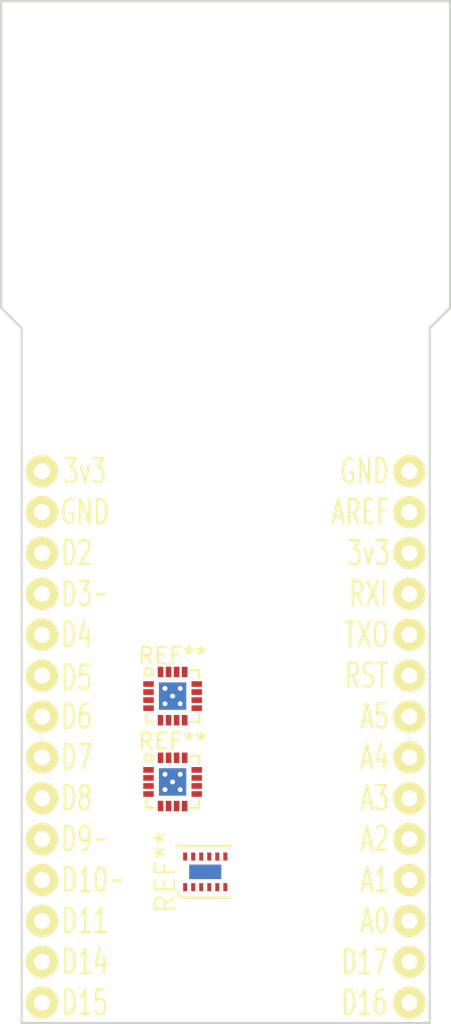
<source format=kicad_pcb>
(kicad_pcb (version 4) (host pcbnew 4.0.2+dfsg1-stable)

  (general
    (links 0)
    (no_connects 0)
    (area -2.615001 -62.305001 25.475001 1.345001)
    (thickness 1.6)
    (drawings 8)
    (tracks 0)
    (zones 0)
    (modules 4)
    (nets 1)
  )

  (page A4)
  (layers
    (0 F.Cu signal)
    (31 B.Cu signal)
    (32 B.Adhes user)
    (33 F.Adhes user)
    (34 B.Paste user)
    (35 F.Paste user)
    (36 B.SilkS user)
    (37 F.SilkS user)
    (38 B.Mask user)
    (39 F.Mask user)
    (40 Dwgs.User user)
    (41 Cmts.User user)
    (42 Eco1.User user)
    (43 Eco2.User user)
    (44 Edge.Cuts user)
    (45 Margin user)
    (46 B.CrtYd user)
    (47 F.CrtYd user)
    (48 B.Fab user)
    (49 F.Fab user)
  )

  (setup
    (last_trace_width 0.25)
    (trace_clearance 0.2)
    (zone_clearance 0.508)
    (zone_45_only no)
    (trace_min 0.2)
    (segment_width 0.2)
    (edge_width 0.15)
    (via_size 0.6)
    (via_drill 0.4)
    (via_min_size 0.4)
    (via_min_drill 0.3)
    (uvia_size 0.3)
    (uvia_drill 0.1)
    (uvias_allowed no)
    (uvia_min_size 0.2)
    (uvia_min_drill 0.1)
    (pcb_text_width 0.3)
    (pcb_text_size 1.5 1.5)
    (mod_edge_width 0.15)
    (mod_text_size 1 1)
    (mod_text_width 0.15)
    (pad_size 1.524 1.524)
    (pad_drill 0.762)
    (pad_to_mask_clearance 0.2)
    (aux_axis_origin 0 0)
    (visible_elements FFFFFF7F)
    (pcbplotparams
      (layerselection 0x00030_80000001)
      (usegerberextensions false)
      (excludeedgelayer true)
      (linewidth 0.100000)
      (plotframeref false)
      (viasonmask false)
      (mode 1)
      (useauxorigin false)
      (hpglpennumber 1)
      (hpglpenspeed 20)
      (hpglpendiameter 15)
      (hpglpenoverlay 2)
      (psnegative false)
      (psa4output false)
      (plotreference true)
      (plotvalue true)
      (plotinvisibletext false)
      (padsonsilk false)
      (subtractmaskfromsilk false)
      (outputformat 1)
      (mirror false)
      (drillshape 1)
      (scaleselection 1)
      (outputdirectory ""))
  )

  (net 0 "")

  (net_class Default "This is the default net class."
    (clearance 0.2)
    (trace_width 0.25)
    (via_dia 0.6)
    (via_drill 0.4)
    (uvia_dia 0.3)
    (uvia_drill 0.1)
  )

  (module customFootprints:QFN16_TS30013 (layer F.Cu) (tedit 5941C007) (tstamp 5942EB2A)
    (at 8.128 -19.05)
    (descr "16-Lead Plastic Quad Flat, No Lead Package (NG) - 3x3x0.9 mm Body [QFN]; (see Microchip Packaging Specification 00000049BS.pdf)")
    (tags "QFN 0.5")
    (attr smd)
    (fp_text reference REF** (at 0 -2.525) (layer F.SilkS)
      (effects (font (size 1 1) (thickness 0.15)))
    )
    (fp_text value QFN16 (at 0 2.55) (layer F.Fab)
      (effects (font (size 1 1) (thickness 0.15)))
    )
    (fp_circle (center -1.5 -1.5) (end -1.3 -1.35) (layer F.SilkS) (width 0.15))
    (fp_line (start -2.1 -2.1) (end -2.1 2.1) (layer F.CrtYd) (width 0.05))
    (fp_line (start 2.1 -2.1) (end 2.1 2.1) (layer F.CrtYd) (width 0.05))
    (fp_line (start -2.1 -2.1) (end 2.1 -2.1) (layer F.CrtYd) (width 0.05))
    (fp_line (start -2.1 2.1) (end 2.1 2.1) (layer F.CrtYd) (width 0.05))
    (fp_line (start 1.625 -1.625) (end 1.625 -1.125) (layer F.SilkS) (width 0.15))
    (fp_line (start -1.625 1.625) (end -1.625 1.125) (layer F.SilkS) (width 0.15))
    (fp_line (start 1.625 1.625) (end 1.625 1.125) (layer F.SilkS) (width 0.15))
    (fp_line (start -1.625 1.625) (end -1.125 1.625) (layer F.SilkS) (width 0.15))
    (fp_line (start 1.625 1.625) (end 1.125 1.625) (layer F.SilkS) (width 0.15))
    (fp_line (start 1.625 -1.625) (end 1.125 -1.625) (layer F.SilkS) (width 0.15))
    (pad 17 thru_hole circle (at 0 0) (size 0.5 0.5) (drill 0.31) (layers *.Cu *.Mask))
    (pad 17 thru_hole circle (at -0.475 0.475) (size 0.5 0.5) (drill 0.31) (layers *.Cu *.Mask)
      (solder_mask_margin 0.1))
    (pad 17 thru_hole circle (at -0.475 -0.475) (size 0.5 0.5) (drill 0.31) (layers *.Cu *.Mask)
      (solder_mask_margin 0.1))
    (pad 17 thru_hole circle (at 0.475 0.475) (size 0.5 0.5) (drill 0.31) (layers *.Cu *.Mask)
      (solder_mask_margin 0.1))
    (pad 17 thru_hole circle (at 0.475 -0.475) (size 0.5 0.5) (drill 0.31) (layers *.Cu *.Mask)
      (solder_mask_margin 0.1))
    (pad 17 smd rect (at 0 0) (size 1.7 1.7) (layers F.Cu F.Paste F.Mask)
      (solder_mask_margin 0.07) (solder_paste_margin_ratio -0.05))
    (pad 1 smd rect (at -1.5 -0.75) (size 0.65 0.35) (layers F.Cu F.Paste F.Mask)
      (solder_mask_margin 0.08))
    (pad 2 smd rect (at -1.5 -0.25) (size 0.65 0.35) (layers F.Cu F.Paste F.Mask)
      (solder_mask_margin 0.08))
    (pad 3 smd rect (at -1.5 0.25) (size 0.65 0.35) (layers F.Cu F.Paste F.Mask)
      (solder_mask_margin 0.08))
    (pad 4 smd rect (at -1.5 0.75) (size 0.65 0.35) (layers F.Cu F.Paste F.Mask)
      (solder_mask_margin 0.08))
    (pad 5 smd rect (at -0.75 1.5 90) (size 0.65 0.35) (layers F.Cu F.Paste F.Mask)
      (solder_mask_margin 0.08))
    (pad 6 smd rect (at -0.25 1.5 90) (size 0.65 0.35) (layers F.Cu F.Paste F.Mask)
      (solder_mask_margin 0.08))
    (pad 7 smd rect (at 0.25 1.5 90) (size 0.65 0.35) (layers F.Cu F.Paste F.Mask)
      (solder_mask_margin 0.08))
    (pad 8 smd rect (at 0.75 1.5 90) (size 0.65 0.35) (layers F.Cu F.Paste F.Mask)
      (solder_mask_margin 0.08))
    (pad 9 smd rect (at 1.5 0.75) (size 0.65 0.35) (layers F.Cu F.Paste F.Mask)
      (solder_mask_margin 0.08))
    (pad 10 smd rect (at 1.5 0.25) (size 0.65 0.35) (layers F.Cu F.Paste F.Mask)
      (solder_mask_margin 0.08))
    (pad 11 smd rect (at 1.5 -0.25) (size 0.65 0.35) (layers F.Cu F.Paste F.Mask)
      (solder_mask_margin 0.08))
    (pad 12 smd rect (at 1.5 -0.75) (size 0.65 0.35) (layers F.Cu F.Paste F.Mask)
      (die_length 1) (solder_mask_margin 0.08))
    (pad 13 smd rect (at 0.75 -1.5 90) (size 0.65 0.35) (layers F.Cu F.Paste F.Mask)
      (solder_mask_margin 0.08))
    (pad 14 smd rect (at 0.25 -1.5 90) (size 0.65 0.35) (layers F.Cu F.Paste F.Mask)
      (solder_mask_margin 0.08))
    (pad 15 smd rect (at -0.25 -1.5 90) (size 0.65 0.35) (layers F.Cu F.Paste F.Mask)
      (solder_mask_margin 0.08))
    (pad 16 smd rect (at -0.75 -1.5 90) (size 0.65 0.35) (layers F.Cu F.Paste F.Mask)
      (solder_mask_margin 0.08))
    (pad 17 smd rect (at 0 0) (size 1.7 1.7) (layers B.Cu B.Mask))
    (model Housings_DFN_QFN.3dshapes/QFN-16-1EP_3x3mm_Pitch0.5mm.wrl
      (at (xyz 0 0 0))
      (scale (xyz 1 1 1))
      (rotate (xyz 0 0 0))
    )
  )

  (module customFootprints:FIO_DIP (layer F.Cu) (tedit 5941E079) (tstamp 5942E98B)
    (at 0 0)
    (fp_text reference REF** (at 11.43 -38.26) (layer F.SilkS) hide
      (effects (font (size 1.2 1.2) (thickness 0.15)))
    )
    (fp_text value DIP-30_1 (at 11.43 -17.78 270) (layer F.Fab)
      (effects (font (size 1.2 1.2) (thickness 0.15)))
    )
    (fp_text user GND (at 20.066 -33.02) (layer F.SilkS)
      (effects (font (size 1.5 1) (thickness 0.15)))
    )
    (fp_text user AREF (at 19.812 -30.48) (layer F.SilkS)
      (effects (font (size 1.5 1) (thickness 0.15)))
    )
    (fp_text user 3v3 (at 20.32 -27.94) (layer F.SilkS)
      (effects (font (size 1.5 1) (thickness 0.15)))
    )
    (fp_text user RXI (at 20.32 -25.4) (layer F.SilkS)
      (effects (font (size 1.5 1) (thickness 0.15)))
    )
    (fp_text user TXO (at 20.193 -22.86) (layer F.SilkS)
      (effects (font (size 1.5 1) (thickness 0.15)))
    )
    (fp_text user RST (at 20.193 -20.32) (layer F.SilkS)
      (effects (font (size 1.5 1) (thickness 0.15)))
    )
    (fp_text user A5 (at 20.701 -17.78) (layer F.SilkS)
      (effects (font (size 1.5 1) (thickness 0.15)))
    )
    (fp_text user A4 (at 20.701 -15.24) (layer F.SilkS)
      (effects (font (size 1.5 1) (thickness 0.15)))
    )
    (fp_text user A3 (at 20.701 -12.7) (layer F.SilkS)
      (effects (font (size 1.5 1) (thickness 0.15)))
    )
    (fp_text user A2 (at 20.701 -10.16) (layer F.SilkS)
      (effects (font (size 1.5 1) (thickness 0.15)))
    )
    (fp_text user A1 (at 20.701 -7.62) (layer F.SilkS)
      (effects (font (size 1.5 1) (thickness 0.15)))
    )
    (fp_text user A0 (at 20.701 -5.08) (layer F.SilkS)
      (effects (font (size 1.5 1) (thickness 0.15)))
    )
    (fp_text user ~~ (at 4.699 -7.62) (layer F.SilkS)
      (effects (font (size 1 1) (thickness 0.15)))
    )
    (fp_text user ~~ (at 3.683 -10.16) (layer F.SilkS)
      (effects (font (size 1 1) (thickness 0.15)))
    )
    (fp_text user ~~ (at 3.683 -25.4) (layer F.SilkS)
      (effects (font (size 1 1) (thickness 0.15)))
    )
    (fp_text user D2 (at 2.159 -27.94) (layer F.SilkS)
      (effects (font (size 1.5 1) (thickness 0.15)))
    )
    (fp_text user D17 (at 20.066 -2.54) (layer F.SilkS)
      (effects (font (size 1.5 1) (thickness 0.15)))
    )
    (fp_text user D16 (at 20.066 0) (layer F.SilkS)
      (effects (font (size 1.5 1) (thickness 0.15)))
    )
    (fp_text user D15 (at 2.667 0) (layer F.SilkS)
      (effects (font (size 1.5 1) (thickness 0.15)))
    )
    (fp_text user D14 (at 2.667 -2.54) (layer F.SilkS)
      (effects (font (size 1.5 1) (thickness 0.15)))
    )
    (fp_text user D11 (at 2.667 -5.08) (layer F.SilkS)
      (effects (font (size 1.5 1) (thickness 0.15)))
    )
    (fp_text user D10 (at 2.667 -7.62) (layer F.SilkS)
      (effects (font (size 1.5 1) (thickness 0.15)))
    )
    (fp_text user D9 (at 2.159 -10.16) (layer F.SilkS)
      (effects (font (size 1.5 1) (thickness 0.15)))
    )
    (fp_text user D8 (at 2.159 -12.7) (layer F.SilkS)
      (effects (font (size 1.5 1) (thickness 0.15)))
    )
    (fp_text user D7 (at 2.159 -15.24) (layer F.SilkS)
      (effects (font (size 1.5 1) (thickness 0.15)))
    )
    (fp_text user D6 (at 2.159 -17.78) (layer F.SilkS)
      (effects (font (size 1.5 1) (thickness 0.15)))
    )
    (fp_text user D5 (at 2.159 -20.193) (layer F.SilkS)
      (effects (font (size 1.5 1) (thickness 0.15)))
    )
    (fp_text user D4 (at 2.159 -22.86) (layer F.SilkS)
      (effects (font (size 1.5 1) (thickness 0.15)))
    )
    (fp_text user D3 (at 2.159 -25.4) (layer F.SilkS)
      (effects (font (size 1.5 1) (thickness 0.15)))
    )
    (fp_text user GND (at 2.667 -30.48) (layer F.SilkS)
      (effects (font (size 1.5 1) (thickness 0.15)))
    )
    (fp_text user 3v3 (at 2.667 -33.02) (layer F.SilkS)
      (effects (font (size 1.5 1) (thickness 0.15)))
    )
    (fp_line (start 25.4 -62.23) (end 25.4 -61.468) (layer F.Fab) (width 0.15))
    (fp_line (start 25.4 -62.23) (end 24.638 -62.23) (layer F.Fab) (width 0.15))
    (fp_line (start -2.54 -62.23) (end -1.778 -62.23) (layer F.Fab) (width 0.15))
    (fp_line (start -2.54 -62.23) (end -2.54 -61.468) (layer F.Fab) (width 0.15))
    (fp_line (start 24.13 -38.862) (end 24.13 -41.91) (layer F.Fab) (width 0.15))
    (fp_line (start 24.13 -41.91) (end 25.4 -43.18) (layer F.Fab) (width 0.15))
    (fp_line (start -1.27 -41.91) (end -1.27 -38.862) (layer F.Fab) (width 0.15))
    (fp_line (start -1.27 -41.91) (end -2.54 -43.18) (layer F.Fab) (width 0.15))
    (fp_line (start 24.13 1.27) (end 23.876 1.27) (layer F.Fab) (width 0.15))
    (fp_line (start 24.13 1.27) (end 24.13 1.016) (layer F.Fab) (width 0.15))
    (fp_line (start -1.27 1.27) (end -1.27 1.016) (layer F.Fab) (width 0.15))
    (fp_line (start -1.27 1.27) (end -1.016 1.27) (layer F.Fab) (width 0.15))
    (pad 1 thru_hole circle (at 0 -33.02 270) (size 2 2) (drill 1) (layers *.Cu *.Mask F.SilkS))
    (pad 2 thru_hole circle (at 0 -30.48 270) (size 2 2) (drill 1) (layers *.Cu *.Mask F.SilkS))
    (pad 28 thru_hole circle (at 22.86 -33.02 270) (size 2 2) (drill 1) (layers *.Cu *.Mask F.SilkS))
    (pad 3 thru_hole circle (at 0 -27.94 270) (size 2 2) (drill 1) (layers *.Cu *.Mask F.SilkS))
    (pad 27 thru_hole circle (at 22.86 -30.48 270) (size 2 2) (drill 1) (layers *.Cu *.Mask F.SilkS))
    (pad 4 thru_hole circle (at 0 -25.4 270) (size 2 2) (drill 1) (layers *.Cu *.Mask F.SilkS))
    (pad 26 thru_hole circle (at 22.86 -27.94 270) (size 2 2) (drill 1) (layers *.Cu *.Mask F.SilkS))
    (pad 5 thru_hole circle (at 0 -22.86 270) (size 2 2) (drill 1) (layers *.Cu *.Mask F.SilkS))
    (pad 25 thru_hole circle (at 22.86 -25.4 270) (size 2 2) (drill 1) (layers *.Cu *.Mask F.SilkS))
    (pad 6 thru_hole circle (at 0 -20.32 270) (size 2 2) (drill 1) (layers *.Cu *.Mask F.SilkS))
    (pad 24 thru_hole circle (at 22.86 -22.86 270) (size 2 2) (drill 1) (layers *.Cu *.Mask F.SilkS))
    (pad 7 thru_hole circle (at 0 -17.78 270) (size 2 2) (drill 1) (layers *.Cu *.Mask F.SilkS))
    (pad 23 thru_hole circle (at 22.86 -20.32 270) (size 2 2) (drill 1) (layers *.Cu *.Mask F.SilkS))
    (pad 8 thru_hole circle (at 0 -15.24 270) (size 2 2) (drill 1) (layers *.Cu *.Mask F.SilkS))
    (pad 22 thru_hole circle (at 22.86 -17.78 270) (size 2 2) (drill 1) (layers *.Cu *.Mask F.SilkS))
    (pad 9 thru_hole circle (at 0 -12.7 270) (size 2 2) (drill 1) (layers *.Cu *.Mask F.SilkS))
    (pad 21 thru_hole circle (at 22.86 -15.24 270) (size 2 2) (drill 1) (layers *.Cu *.Mask F.SilkS))
    (pad 10 thru_hole circle (at 0 -10.16 270) (size 2 2) (drill 1) (layers *.Cu *.Mask F.SilkS))
    (pad 20 thru_hole circle (at 22.86 -12.7 270) (size 2 2) (drill 1) (layers *.Cu *.Mask F.SilkS))
    (pad 11 thru_hole circle (at 0 -7.62 270) (size 2 2) (drill 1) (layers *.Cu *.Mask F.SilkS))
    (pad 19 thru_hole circle (at 22.86 -10.16 270) (size 2 2) (drill 1) (layers *.Cu *.Mask F.SilkS))
    (pad 12 thru_hole circle (at 0 -5.08 270) (size 2 2) (drill 1) (layers *.Cu *.Mask F.SilkS))
    (pad 18 thru_hole circle (at 22.86 -7.62 270) (size 2 2) (drill 1) (layers *.Cu *.Mask F.SilkS))
    (pad 13 thru_hole circle (at 0 -2.54 270) (size 2 2) (drill 1) (layers *.Cu *.Mask F.SilkS))
    (pad 17 thru_hole circle (at 22.86 -5.08 270) (size 2 2) (drill 1) (layers *.Cu *.Mask F.SilkS))
    (pad 14 thru_hole circle (at 0 0 270) (size 2 2) (drill 1) (layers *.Cu *.Mask F.SilkS))
    (pad 16 thru_hole circle (at 22.86 -2.54 270) (size 2 2) (drill 1) (layers *.Cu *.Mask F.SilkS))
    (pad 15 thru_hole circle (at 22.86 0 270) (size 2 2) (drill 1) (layers *.Cu *.Mask F.SilkS))
  )

  (module customFootprints:SOIC-12 (layer F.Cu) (tedit 5941C405) (tstamp 5942EA89)
    (at 10.16 -8.128)
    (fp_text reference REF** (at -2.5 0 90) (layer F.SilkS)
      (effects (font (size 1.2 1.2) (thickness 0.15)))
    )
    (fp_text value SOIC-12 (at 2.725 0 90) (layer F.Fab)
      (effects (font (size 1.2 1.2) (thickness 0.15)))
    )
    (fp_line (start 1.4 1.6) (end 1.6 1.6) (layer F.SilkS) (width 0.15))
    (fp_line (start 1.4 -1.6) (end 1.6 -1.6) (layer F.SilkS) (width 0.15))
    (fp_line (start 1.4 -1.6) (end -1.8 -1.6) (layer F.SilkS) (width 0.15))
    (fp_line (start -1.8 1.3) (end -1.5 1.6) (layer F.SilkS) (width 0.15))
    (fp_line (start -1.5 1.6) (end 1.4 1.6) (layer F.SilkS) (width 0.15))
    (pad 13 smd rect (at 0 0) (size 2 0.9) (layers B.Cu B.Mask))
    (pad 12 smd rect (at -1.25 -0.95) (size 0.25 0.5) (layers F.Cu F.Paste F.Mask))
    (pad 1 smd rect (at -1.25 0.95) (size 0.25 0.5) (layers F.Cu F.Paste F.Mask))
    (pad 11 smd rect (at -0.75 -0.95) (size 0.25 0.5) (layers F.Cu F.Paste F.Mask))
    (pad 2 smd rect (at -0.75 0.95) (size 0.25 0.5) (layers F.Cu F.Paste F.Mask))
    (pad 10 smd rect (at -0.25 -0.95) (size 0.25 0.5) (layers F.Cu F.Paste F.Mask))
    (pad 3 smd rect (at -0.25 0.95) (size 0.25 0.5) (layers F.Cu F.Paste F.Mask))
    (pad 9 smd rect (at 0.25 -0.95) (size 0.25 0.5) (layers F.Cu F.Paste F.Mask))
    (pad 4 smd rect (at 0.25 0.95) (size 0.25 0.5) (layers F.Cu F.Paste F.Mask))
    (pad 8 smd rect (at 0.75 -0.95) (size 0.25 0.5) (layers F.Cu F.Paste F.Mask))
    (pad 5 smd rect (at 0.75 0.95) (size 0.25 0.5) (layers F.Cu F.Paste F.Mask))
    (pad 7 smd rect (at 1.25 -0.95) (size 0.25 0.5) (layers F.Cu F.Paste F.Mask))
    (pad 6 smd rect (at 1.25 0.95) (size 0.25 0.5) (layers F.Cu F.Paste F.Mask))
    (pad 13 smd rect (at 0 0) (size 2 0.9) (layers F.Cu F.Mask))
  )

  (module customFootprints:QFN16_TS30013 (layer F.Cu) (tedit 5941C007) (tstamp 5942EADC)
    (at 8.128 -13.716)
    (descr "16-Lead Plastic Quad Flat, No Lead Package (NG) - 3x3x0.9 mm Body [QFN]; (see Microchip Packaging Specification 00000049BS.pdf)")
    (tags "QFN 0.5")
    (attr smd)
    (fp_text reference REF** (at 0 -2.525) (layer F.SilkS)
      (effects (font (size 1 1) (thickness 0.15)))
    )
    (fp_text value QFN16 (at 0 2.55) (layer F.Fab)
      (effects (font (size 1 1) (thickness 0.15)))
    )
    (fp_circle (center -1.5 -1.5) (end -1.3 -1.35) (layer F.SilkS) (width 0.15))
    (fp_line (start -2.1 -2.1) (end -2.1 2.1) (layer F.CrtYd) (width 0.05))
    (fp_line (start 2.1 -2.1) (end 2.1 2.1) (layer F.CrtYd) (width 0.05))
    (fp_line (start -2.1 -2.1) (end 2.1 -2.1) (layer F.CrtYd) (width 0.05))
    (fp_line (start -2.1 2.1) (end 2.1 2.1) (layer F.CrtYd) (width 0.05))
    (fp_line (start 1.625 -1.625) (end 1.625 -1.125) (layer F.SilkS) (width 0.15))
    (fp_line (start -1.625 1.625) (end -1.625 1.125) (layer F.SilkS) (width 0.15))
    (fp_line (start 1.625 1.625) (end 1.625 1.125) (layer F.SilkS) (width 0.15))
    (fp_line (start -1.625 1.625) (end -1.125 1.625) (layer F.SilkS) (width 0.15))
    (fp_line (start 1.625 1.625) (end 1.125 1.625) (layer F.SilkS) (width 0.15))
    (fp_line (start 1.625 -1.625) (end 1.125 -1.625) (layer F.SilkS) (width 0.15))
    (pad 17 thru_hole circle (at 0 0) (size 0.5 0.5) (drill 0.31) (layers *.Cu *.Mask))
    (pad 17 thru_hole circle (at -0.475 0.475) (size 0.5 0.5) (drill 0.31) (layers *.Cu *.Mask)
      (solder_mask_margin 0.1))
    (pad 17 thru_hole circle (at -0.475 -0.475) (size 0.5 0.5) (drill 0.31) (layers *.Cu *.Mask)
      (solder_mask_margin 0.1))
    (pad 17 thru_hole circle (at 0.475 0.475) (size 0.5 0.5) (drill 0.31) (layers *.Cu *.Mask)
      (solder_mask_margin 0.1))
    (pad 17 thru_hole circle (at 0.475 -0.475) (size 0.5 0.5) (drill 0.31) (layers *.Cu *.Mask)
      (solder_mask_margin 0.1))
    (pad 17 smd rect (at 0 0) (size 1.7 1.7) (layers F.Cu F.Paste F.Mask)
      (solder_mask_margin 0.07) (solder_paste_margin_ratio -0.05))
    (pad 1 smd rect (at -1.5 -0.75) (size 0.65 0.35) (layers F.Cu F.Paste F.Mask)
      (solder_mask_margin 0.08))
    (pad 2 smd rect (at -1.5 -0.25) (size 0.65 0.35) (layers F.Cu F.Paste F.Mask)
      (solder_mask_margin 0.08))
    (pad 3 smd rect (at -1.5 0.25) (size 0.65 0.35) (layers F.Cu F.Paste F.Mask)
      (solder_mask_margin 0.08))
    (pad 4 smd rect (at -1.5 0.75) (size 0.65 0.35) (layers F.Cu F.Paste F.Mask)
      (solder_mask_margin 0.08))
    (pad 5 smd rect (at -0.75 1.5 90) (size 0.65 0.35) (layers F.Cu F.Paste F.Mask)
      (solder_mask_margin 0.08))
    (pad 6 smd rect (at -0.25 1.5 90) (size 0.65 0.35) (layers F.Cu F.Paste F.Mask)
      (solder_mask_margin 0.08))
    (pad 7 smd rect (at 0.25 1.5 90) (size 0.65 0.35) (layers F.Cu F.Paste F.Mask)
      (solder_mask_margin 0.08))
    (pad 8 smd rect (at 0.75 1.5 90) (size 0.65 0.35) (layers F.Cu F.Paste F.Mask)
      (solder_mask_margin 0.08))
    (pad 9 smd rect (at 1.5 0.75) (size 0.65 0.35) (layers F.Cu F.Paste F.Mask)
      (solder_mask_margin 0.08))
    (pad 10 smd rect (at 1.5 0.25) (size 0.65 0.35) (layers F.Cu F.Paste F.Mask)
      (solder_mask_margin 0.08))
    (pad 11 smd rect (at 1.5 -0.25) (size 0.65 0.35) (layers F.Cu F.Paste F.Mask)
      (solder_mask_margin 0.08))
    (pad 12 smd rect (at 1.5 -0.75) (size 0.65 0.35) (layers F.Cu F.Paste F.Mask)
      (die_length 1) (solder_mask_margin 0.08))
    (pad 13 smd rect (at 0.75 -1.5 90) (size 0.65 0.35) (layers F.Cu F.Paste F.Mask)
      (solder_mask_margin 0.08))
    (pad 14 smd rect (at 0.25 -1.5 90) (size 0.65 0.35) (layers F.Cu F.Paste F.Mask)
      (solder_mask_margin 0.08))
    (pad 15 smd rect (at -0.25 -1.5 90) (size 0.65 0.35) (layers F.Cu F.Paste F.Mask)
      (solder_mask_margin 0.08))
    (pad 16 smd rect (at -0.75 -1.5 90) (size 0.65 0.35) (layers F.Cu F.Paste F.Mask)
      (solder_mask_margin 0.08))
    (pad 17 smd rect (at 0 0) (size 1.7 1.7) (layers B.Cu B.Mask))
    (model Housings_DFN_QFN.3dshapes/QFN-16-1EP_3x3mm_Pitch0.5mm.wrl
      (at (xyz 0 0 0))
      (scale (xyz 1 1 1))
      (rotate (xyz 0 0 0))
    )
  )

  (gr_line (start -1.27 -41.91) (end -1.27 1.27) (angle 90) (layer Edge.Cuts) (width 0.15))
  (gr_line (start -2.54 -43.18) (end -1.27 -41.91) (angle 90) (layer Edge.Cuts) (width 0.15))
  (gr_line (start -2.54 -62.23) (end -2.54 -43.18) (angle 90) (layer Edge.Cuts) (width 0.15))
  (gr_line (start 25.4 -62.23) (end -2.54 -62.23) (angle 90) (layer Edge.Cuts) (width 0.15))
  (gr_line (start 25.4 -43.18) (end 25.4 -62.23) (angle 90) (layer Edge.Cuts) (width 0.15))
  (gr_line (start 24.13 -41.91) (end 25.4 -43.18) (angle 90) (layer Edge.Cuts) (width 0.15))
  (gr_line (start 24.13 1.27) (end 24.13 -41.91) (angle 90) (layer Edge.Cuts) (width 0.15))
  (gr_line (start -1.27 1.27) (end 24.13 1.27) (angle 90) (layer Edge.Cuts) (width 0.15))

)

</source>
